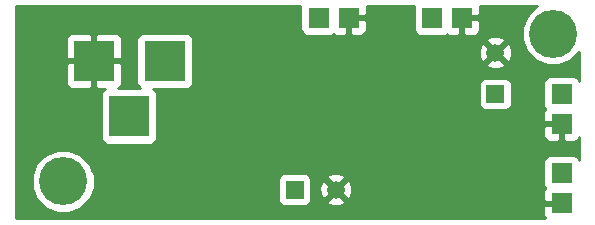
<source format=gbl>
G04 (created by PCBNEW (2013-07-07 BZR 4022)-stable) date 8/25/2014 9:50:12 PM*
%MOIN*%
G04 Gerber Fmt 3.4, Leading zero omitted, Abs format*
%FSLAX34Y34*%
G01*
G70*
G90*
G04 APERTURE LIST*
%ADD10C,0.00590551*%
%ADD11C,0.0590551*%
%ADD12R,0.0590551X0.0590551*%
%ADD13C,0.16*%
%ADD14R,0.1378X0.1378*%
%ADD15R,0.0708661X0.0708661*%
%ADD16C,0.01*%
G04 APERTURE END LIST*
G54D10*
G54D11*
X91535Y-25236D03*
G54D12*
X91535Y-26614D03*
G54D13*
X93464Y-24606D03*
X77125Y-29527D03*
G54D14*
X80511Y-25511D03*
X78149Y-25511D03*
X79330Y-27361D03*
G54D15*
X93740Y-26614D03*
X93740Y-27614D03*
X93740Y-29251D03*
X93740Y-30251D03*
X85643Y-24067D03*
X86643Y-24067D03*
X89413Y-24067D03*
X90413Y-24067D03*
X88385Y-27165D03*
G54D11*
X86220Y-29803D03*
G54D12*
X84842Y-29803D03*
G54D10*
G36*
X94336Y-28828D02*
X94306Y-28756D01*
X94236Y-28685D01*
X94144Y-28647D01*
X94044Y-28647D01*
X93690Y-28647D01*
X93690Y-28156D01*
X93690Y-27664D01*
X93198Y-27664D01*
X93135Y-27726D01*
X93135Y-27918D01*
X93135Y-28018D01*
X93174Y-28110D01*
X93244Y-28180D01*
X93336Y-28218D01*
X93627Y-28218D01*
X93690Y-28156D01*
X93690Y-28647D01*
X93336Y-28647D01*
X93244Y-28685D01*
X93174Y-28755D01*
X93135Y-28847D01*
X93135Y-28947D01*
X93135Y-29655D01*
X93173Y-29747D01*
X93177Y-29751D01*
X93174Y-29755D01*
X93135Y-29847D01*
X93135Y-29947D01*
X93135Y-30139D01*
X93198Y-30201D01*
X93690Y-30201D01*
X93690Y-30194D01*
X93790Y-30194D01*
X93790Y-30201D01*
X93798Y-30201D01*
X93798Y-30301D01*
X93790Y-30301D01*
X93790Y-30309D01*
X93690Y-30309D01*
X93690Y-30301D01*
X93198Y-30301D01*
X93135Y-30364D01*
X93135Y-30556D01*
X93135Y-30656D01*
X93174Y-30748D01*
X93179Y-30753D01*
X92085Y-30753D01*
X92085Y-25316D01*
X92074Y-25100D01*
X92012Y-24951D01*
X91917Y-24924D01*
X91847Y-24995D01*
X91847Y-24853D01*
X91820Y-24758D01*
X91616Y-24686D01*
X91399Y-24697D01*
X91250Y-24758D01*
X91223Y-24853D01*
X91535Y-25165D01*
X91847Y-24853D01*
X91847Y-24995D01*
X91606Y-25236D01*
X91917Y-25547D01*
X92012Y-25521D01*
X92085Y-25316D01*
X92085Y-30753D01*
X92080Y-30753D01*
X92080Y-26859D01*
X92080Y-26269D01*
X92042Y-26177D01*
X91972Y-26107D01*
X91880Y-26068D01*
X91847Y-26068D01*
X91847Y-25618D01*
X91535Y-25306D01*
X91464Y-25377D01*
X91464Y-25236D01*
X91152Y-24924D01*
X91058Y-24951D01*
X91017Y-25065D01*
X91017Y-24470D01*
X91017Y-24179D01*
X90954Y-24117D01*
X90463Y-24117D01*
X90463Y-24608D01*
X90525Y-24671D01*
X90717Y-24671D01*
X90817Y-24671D01*
X90909Y-24633D01*
X90979Y-24562D01*
X91017Y-24470D01*
X91017Y-25065D01*
X90985Y-25155D01*
X90996Y-25372D01*
X91058Y-25521D01*
X91152Y-25547D01*
X91464Y-25236D01*
X91464Y-25377D01*
X91223Y-25618D01*
X91250Y-25713D01*
X91454Y-25786D01*
X91671Y-25775D01*
X91820Y-25713D01*
X91847Y-25618D01*
X91847Y-26068D01*
X91781Y-26068D01*
X91190Y-26068D01*
X91098Y-26106D01*
X91028Y-26177D01*
X90990Y-26268D01*
X90990Y-26368D01*
X90990Y-26958D01*
X91028Y-27050D01*
X91098Y-27121D01*
X91190Y-27159D01*
X91289Y-27159D01*
X91880Y-27159D01*
X91972Y-27121D01*
X92042Y-27051D01*
X92080Y-26959D01*
X92080Y-26859D01*
X92080Y-30753D01*
X87247Y-30753D01*
X87247Y-24470D01*
X87247Y-24179D01*
X87184Y-24117D01*
X86693Y-24117D01*
X86693Y-24608D01*
X86755Y-24671D01*
X86947Y-24671D01*
X87047Y-24671D01*
X87139Y-24633D01*
X87209Y-24562D01*
X87247Y-24470D01*
X87247Y-30753D01*
X86770Y-30753D01*
X86770Y-29883D01*
X86759Y-29667D01*
X86697Y-29518D01*
X86602Y-29491D01*
X86532Y-29562D01*
X86532Y-29420D01*
X86505Y-29325D01*
X86301Y-29253D01*
X86084Y-29264D01*
X85935Y-29325D01*
X85908Y-29420D01*
X86220Y-29732D01*
X86532Y-29420D01*
X86532Y-29562D01*
X86291Y-29803D01*
X86602Y-30114D01*
X86697Y-30088D01*
X86770Y-29883D01*
X86770Y-30753D01*
X86532Y-30753D01*
X86532Y-30185D01*
X86220Y-29873D01*
X86149Y-29944D01*
X86149Y-29803D01*
X85837Y-29491D01*
X85743Y-29518D01*
X85670Y-29722D01*
X85681Y-29939D01*
X85743Y-30088D01*
X85837Y-30114D01*
X86149Y-29803D01*
X86149Y-29944D01*
X85908Y-30185D01*
X85935Y-30280D01*
X86139Y-30353D01*
X86356Y-30342D01*
X86505Y-30280D01*
X86532Y-30185D01*
X86532Y-30753D01*
X85387Y-30753D01*
X85387Y-30048D01*
X85387Y-29458D01*
X85349Y-29366D01*
X85279Y-29296D01*
X85187Y-29257D01*
X85088Y-29257D01*
X84497Y-29257D01*
X84405Y-29295D01*
X84335Y-29366D01*
X84297Y-29457D01*
X84297Y-29557D01*
X84297Y-30147D01*
X84335Y-30239D01*
X84405Y-30310D01*
X84497Y-30348D01*
X84596Y-30348D01*
X85187Y-30348D01*
X85279Y-30310D01*
X85349Y-30240D01*
X85387Y-30148D01*
X85387Y-30048D01*
X85387Y-30753D01*
X81450Y-30753D01*
X81450Y-26151D01*
X81450Y-24773D01*
X81412Y-24681D01*
X81342Y-24610D01*
X81250Y-24572D01*
X81151Y-24572D01*
X79773Y-24572D01*
X79681Y-24610D01*
X79611Y-24681D01*
X79572Y-24772D01*
X79572Y-24872D01*
X79572Y-26250D01*
X79610Y-26342D01*
X79681Y-26412D01*
X79705Y-26422D01*
X78956Y-26422D01*
X78980Y-26412D01*
X79050Y-26342D01*
X79088Y-26250D01*
X79088Y-26151D01*
X79088Y-24872D01*
X79088Y-24772D01*
X79050Y-24681D01*
X78980Y-24610D01*
X78888Y-24572D01*
X78262Y-24572D01*
X78199Y-24635D01*
X78199Y-25461D01*
X79026Y-25461D01*
X79088Y-25399D01*
X79088Y-24872D01*
X79088Y-26151D01*
X79088Y-25624D01*
X79026Y-25561D01*
X78199Y-25561D01*
X78199Y-26388D01*
X78262Y-26450D01*
X78524Y-26450D01*
X78500Y-26460D01*
X78430Y-26531D01*
X78391Y-26622D01*
X78391Y-26722D01*
X78391Y-28100D01*
X78429Y-28192D01*
X78500Y-28262D01*
X78591Y-28300D01*
X78691Y-28300D01*
X80069Y-28300D01*
X80161Y-28262D01*
X80231Y-28192D01*
X80269Y-28100D01*
X80269Y-28001D01*
X80269Y-26623D01*
X80231Y-26531D01*
X80161Y-26460D01*
X80137Y-26450D01*
X81250Y-26450D01*
X81342Y-26412D01*
X81412Y-26342D01*
X81450Y-26250D01*
X81450Y-26151D01*
X81450Y-30753D01*
X78176Y-30753D01*
X78176Y-29319D01*
X78099Y-29134D01*
X78099Y-26388D01*
X78099Y-25561D01*
X78099Y-25461D01*
X78099Y-24635D01*
X78037Y-24572D01*
X77411Y-24572D01*
X77319Y-24610D01*
X77249Y-24681D01*
X77210Y-24772D01*
X77210Y-24872D01*
X77210Y-25399D01*
X77273Y-25461D01*
X78099Y-25461D01*
X78099Y-25561D01*
X77273Y-25561D01*
X77210Y-25624D01*
X77210Y-26151D01*
X77210Y-26250D01*
X77249Y-26342D01*
X77319Y-26412D01*
X77411Y-26450D01*
X78037Y-26450D01*
X78099Y-26388D01*
X78099Y-29134D01*
X78016Y-28933D01*
X77721Y-28637D01*
X77335Y-28477D01*
X76918Y-28477D01*
X76531Y-28636D01*
X76236Y-28932D01*
X76076Y-29317D01*
X76075Y-29735D01*
X76235Y-30121D01*
X76530Y-30417D01*
X76916Y-30577D01*
X77333Y-30577D01*
X77719Y-30418D01*
X78015Y-30123D01*
X78175Y-29737D01*
X78176Y-29319D01*
X78176Y-30753D01*
X75545Y-30753D01*
X75545Y-23694D01*
X85038Y-23694D01*
X85038Y-23762D01*
X85038Y-24470D01*
X85076Y-24562D01*
X85146Y-24633D01*
X85238Y-24671D01*
X85338Y-24671D01*
X86046Y-24671D01*
X86138Y-24633D01*
X86142Y-24629D01*
X86146Y-24633D01*
X86238Y-24671D01*
X86338Y-24671D01*
X86530Y-24671D01*
X86593Y-24608D01*
X86593Y-24117D01*
X86585Y-24117D01*
X86585Y-24017D01*
X86593Y-24017D01*
X86593Y-24009D01*
X86693Y-24009D01*
X86693Y-24017D01*
X87184Y-24017D01*
X87247Y-23954D01*
X87247Y-23694D01*
X88808Y-23694D01*
X88808Y-23762D01*
X88808Y-24470D01*
X88846Y-24562D01*
X88916Y-24633D01*
X89008Y-24671D01*
X89108Y-24671D01*
X89816Y-24671D01*
X89908Y-24633D01*
X89912Y-24629D01*
X89916Y-24633D01*
X90008Y-24671D01*
X90108Y-24671D01*
X90300Y-24671D01*
X90363Y-24608D01*
X90363Y-24117D01*
X90355Y-24117D01*
X90355Y-24017D01*
X90363Y-24017D01*
X90363Y-24009D01*
X90463Y-24009D01*
X90463Y-24017D01*
X90954Y-24017D01*
X91017Y-23954D01*
X91017Y-23694D01*
X92920Y-23694D01*
X92870Y-23715D01*
X92574Y-24010D01*
X92414Y-24396D01*
X92414Y-24814D01*
X92573Y-25200D01*
X92869Y-25495D01*
X93254Y-25656D01*
X93672Y-25656D01*
X94058Y-25496D01*
X94336Y-25219D01*
X94336Y-26191D01*
X94306Y-26118D01*
X94236Y-26048D01*
X94144Y-26009D01*
X94044Y-26009D01*
X93336Y-26009D01*
X93244Y-26047D01*
X93174Y-26118D01*
X93135Y-26209D01*
X93135Y-26309D01*
X93135Y-27018D01*
X93173Y-27109D01*
X93177Y-27114D01*
X93174Y-27118D01*
X93135Y-27209D01*
X93135Y-27309D01*
X93135Y-27501D01*
X93198Y-27564D01*
X93690Y-27564D01*
X93690Y-27556D01*
X93790Y-27556D01*
X93790Y-27564D01*
X93798Y-27564D01*
X93798Y-27664D01*
X93790Y-27664D01*
X93790Y-28156D01*
X93852Y-28218D01*
X94143Y-28218D01*
X94235Y-28180D01*
X94306Y-28110D01*
X94336Y-28037D01*
X94336Y-28828D01*
X94336Y-28828D01*
G37*
G54D16*
X94336Y-28828D02*
X94306Y-28756D01*
X94236Y-28685D01*
X94144Y-28647D01*
X94044Y-28647D01*
X93690Y-28647D01*
X93690Y-28156D01*
X93690Y-27664D01*
X93198Y-27664D01*
X93135Y-27726D01*
X93135Y-27918D01*
X93135Y-28018D01*
X93174Y-28110D01*
X93244Y-28180D01*
X93336Y-28218D01*
X93627Y-28218D01*
X93690Y-28156D01*
X93690Y-28647D01*
X93336Y-28647D01*
X93244Y-28685D01*
X93174Y-28755D01*
X93135Y-28847D01*
X93135Y-28947D01*
X93135Y-29655D01*
X93173Y-29747D01*
X93177Y-29751D01*
X93174Y-29755D01*
X93135Y-29847D01*
X93135Y-29947D01*
X93135Y-30139D01*
X93198Y-30201D01*
X93690Y-30201D01*
X93690Y-30194D01*
X93790Y-30194D01*
X93790Y-30201D01*
X93798Y-30201D01*
X93798Y-30301D01*
X93790Y-30301D01*
X93790Y-30309D01*
X93690Y-30309D01*
X93690Y-30301D01*
X93198Y-30301D01*
X93135Y-30364D01*
X93135Y-30556D01*
X93135Y-30656D01*
X93174Y-30748D01*
X93179Y-30753D01*
X92085Y-30753D01*
X92085Y-25316D01*
X92074Y-25100D01*
X92012Y-24951D01*
X91917Y-24924D01*
X91847Y-24995D01*
X91847Y-24853D01*
X91820Y-24758D01*
X91616Y-24686D01*
X91399Y-24697D01*
X91250Y-24758D01*
X91223Y-24853D01*
X91535Y-25165D01*
X91847Y-24853D01*
X91847Y-24995D01*
X91606Y-25236D01*
X91917Y-25547D01*
X92012Y-25521D01*
X92085Y-25316D01*
X92085Y-30753D01*
X92080Y-30753D01*
X92080Y-26859D01*
X92080Y-26269D01*
X92042Y-26177D01*
X91972Y-26107D01*
X91880Y-26068D01*
X91847Y-26068D01*
X91847Y-25618D01*
X91535Y-25306D01*
X91464Y-25377D01*
X91464Y-25236D01*
X91152Y-24924D01*
X91058Y-24951D01*
X91017Y-25065D01*
X91017Y-24470D01*
X91017Y-24179D01*
X90954Y-24117D01*
X90463Y-24117D01*
X90463Y-24608D01*
X90525Y-24671D01*
X90717Y-24671D01*
X90817Y-24671D01*
X90909Y-24633D01*
X90979Y-24562D01*
X91017Y-24470D01*
X91017Y-25065D01*
X90985Y-25155D01*
X90996Y-25372D01*
X91058Y-25521D01*
X91152Y-25547D01*
X91464Y-25236D01*
X91464Y-25377D01*
X91223Y-25618D01*
X91250Y-25713D01*
X91454Y-25786D01*
X91671Y-25775D01*
X91820Y-25713D01*
X91847Y-25618D01*
X91847Y-26068D01*
X91781Y-26068D01*
X91190Y-26068D01*
X91098Y-26106D01*
X91028Y-26177D01*
X90990Y-26268D01*
X90990Y-26368D01*
X90990Y-26958D01*
X91028Y-27050D01*
X91098Y-27121D01*
X91190Y-27159D01*
X91289Y-27159D01*
X91880Y-27159D01*
X91972Y-27121D01*
X92042Y-27051D01*
X92080Y-26959D01*
X92080Y-26859D01*
X92080Y-30753D01*
X87247Y-30753D01*
X87247Y-24470D01*
X87247Y-24179D01*
X87184Y-24117D01*
X86693Y-24117D01*
X86693Y-24608D01*
X86755Y-24671D01*
X86947Y-24671D01*
X87047Y-24671D01*
X87139Y-24633D01*
X87209Y-24562D01*
X87247Y-24470D01*
X87247Y-30753D01*
X86770Y-30753D01*
X86770Y-29883D01*
X86759Y-29667D01*
X86697Y-29518D01*
X86602Y-29491D01*
X86532Y-29562D01*
X86532Y-29420D01*
X86505Y-29325D01*
X86301Y-29253D01*
X86084Y-29264D01*
X85935Y-29325D01*
X85908Y-29420D01*
X86220Y-29732D01*
X86532Y-29420D01*
X86532Y-29562D01*
X86291Y-29803D01*
X86602Y-30114D01*
X86697Y-30088D01*
X86770Y-29883D01*
X86770Y-30753D01*
X86532Y-30753D01*
X86532Y-30185D01*
X86220Y-29873D01*
X86149Y-29944D01*
X86149Y-29803D01*
X85837Y-29491D01*
X85743Y-29518D01*
X85670Y-29722D01*
X85681Y-29939D01*
X85743Y-30088D01*
X85837Y-30114D01*
X86149Y-29803D01*
X86149Y-29944D01*
X85908Y-30185D01*
X85935Y-30280D01*
X86139Y-30353D01*
X86356Y-30342D01*
X86505Y-30280D01*
X86532Y-30185D01*
X86532Y-30753D01*
X85387Y-30753D01*
X85387Y-30048D01*
X85387Y-29458D01*
X85349Y-29366D01*
X85279Y-29296D01*
X85187Y-29257D01*
X85088Y-29257D01*
X84497Y-29257D01*
X84405Y-29295D01*
X84335Y-29366D01*
X84297Y-29457D01*
X84297Y-29557D01*
X84297Y-30147D01*
X84335Y-30239D01*
X84405Y-30310D01*
X84497Y-30348D01*
X84596Y-30348D01*
X85187Y-30348D01*
X85279Y-30310D01*
X85349Y-30240D01*
X85387Y-30148D01*
X85387Y-30048D01*
X85387Y-30753D01*
X81450Y-30753D01*
X81450Y-26151D01*
X81450Y-24773D01*
X81412Y-24681D01*
X81342Y-24610D01*
X81250Y-24572D01*
X81151Y-24572D01*
X79773Y-24572D01*
X79681Y-24610D01*
X79611Y-24681D01*
X79572Y-24772D01*
X79572Y-24872D01*
X79572Y-26250D01*
X79610Y-26342D01*
X79681Y-26412D01*
X79705Y-26422D01*
X78956Y-26422D01*
X78980Y-26412D01*
X79050Y-26342D01*
X79088Y-26250D01*
X79088Y-26151D01*
X79088Y-24872D01*
X79088Y-24772D01*
X79050Y-24681D01*
X78980Y-24610D01*
X78888Y-24572D01*
X78262Y-24572D01*
X78199Y-24635D01*
X78199Y-25461D01*
X79026Y-25461D01*
X79088Y-25399D01*
X79088Y-24872D01*
X79088Y-26151D01*
X79088Y-25624D01*
X79026Y-25561D01*
X78199Y-25561D01*
X78199Y-26388D01*
X78262Y-26450D01*
X78524Y-26450D01*
X78500Y-26460D01*
X78430Y-26531D01*
X78391Y-26622D01*
X78391Y-26722D01*
X78391Y-28100D01*
X78429Y-28192D01*
X78500Y-28262D01*
X78591Y-28300D01*
X78691Y-28300D01*
X80069Y-28300D01*
X80161Y-28262D01*
X80231Y-28192D01*
X80269Y-28100D01*
X80269Y-28001D01*
X80269Y-26623D01*
X80231Y-26531D01*
X80161Y-26460D01*
X80137Y-26450D01*
X81250Y-26450D01*
X81342Y-26412D01*
X81412Y-26342D01*
X81450Y-26250D01*
X81450Y-26151D01*
X81450Y-30753D01*
X78176Y-30753D01*
X78176Y-29319D01*
X78099Y-29134D01*
X78099Y-26388D01*
X78099Y-25561D01*
X78099Y-25461D01*
X78099Y-24635D01*
X78037Y-24572D01*
X77411Y-24572D01*
X77319Y-24610D01*
X77249Y-24681D01*
X77210Y-24772D01*
X77210Y-24872D01*
X77210Y-25399D01*
X77273Y-25461D01*
X78099Y-25461D01*
X78099Y-25561D01*
X77273Y-25561D01*
X77210Y-25624D01*
X77210Y-26151D01*
X77210Y-26250D01*
X77249Y-26342D01*
X77319Y-26412D01*
X77411Y-26450D01*
X78037Y-26450D01*
X78099Y-26388D01*
X78099Y-29134D01*
X78016Y-28933D01*
X77721Y-28637D01*
X77335Y-28477D01*
X76918Y-28477D01*
X76531Y-28636D01*
X76236Y-28932D01*
X76076Y-29317D01*
X76075Y-29735D01*
X76235Y-30121D01*
X76530Y-30417D01*
X76916Y-30577D01*
X77333Y-30577D01*
X77719Y-30418D01*
X78015Y-30123D01*
X78175Y-29737D01*
X78176Y-29319D01*
X78176Y-30753D01*
X75545Y-30753D01*
X75545Y-23694D01*
X85038Y-23694D01*
X85038Y-23762D01*
X85038Y-24470D01*
X85076Y-24562D01*
X85146Y-24633D01*
X85238Y-24671D01*
X85338Y-24671D01*
X86046Y-24671D01*
X86138Y-24633D01*
X86142Y-24629D01*
X86146Y-24633D01*
X86238Y-24671D01*
X86338Y-24671D01*
X86530Y-24671D01*
X86593Y-24608D01*
X86593Y-24117D01*
X86585Y-24117D01*
X86585Y-24017D01*
X86593Y-24017D01*
X86593Y-24009D01*
X86693Y-24009D01*
X86693Y-24017D01*
X87184Y-24017D01*
X87247Y-23954D01*
X87247Y-23694D01*
X88808Y-23694D01*
X88808Y-23762D01*
X88808Y-24470D01*
X88846Y-24562D01*
X88916Y-24633D01*
X89008Y-24671D01*
X89108Y-24671D01*
X89816Y-24671D01*
X89908Y-24633D01*
X89912Y-24629D01*
X89916Y-24633D01*
X90008Y-24671D01*
X90108Y-24671D01*
X90300Y-24671D01*
X90363Y-24608D01*
X90363Y-24117D01*
X90355Y-24117D01*
X90355Y-24017D01*
X90363Y-24017D01*
X90363Y-24009D01*
X90463Y-24009D01*
X90463Y-24017D01*
X90954Y-24017D01*
X91017Y-23954D01*
X91017Y-23694D01*
X92920Y-23694D01*
X92870Y-23715D01*
X92574Y-24010D01*
X92414Y-24396D01*
X92414Y-24814D01*
X92573Y-25200D01*
X92869Y-25495D01*
X93254Y-25656D01*
X93672Y-25656D01*
X94058Y-25496D01*
X94336Y-25219D01*
X94336Y-26191D01*
X94306Y-26118D01*
X94236Y-26048D01*
X94144Y-26009D01*
X94044Y-26009D01*
X93336Y-26009D01*
X93244Y-26047D01*
X93174Y-26118D01*
X93135Y-26209D01*
X93135Y-26309D01*
X93135Y-27018D01*
X93173Y-27109D01*
X93177Y-27114D01*
X93174Y-27118D01*
X93135Y-27209D01*
X93135Y-27309D01*
X93135Y-27501D01*
X93198Y-27564D01*
X93690Y-27564D01*
X93690Y-27556D01*
X93790Y-27556D01*
X93790Y-27564D01*
X93798Y-27564D01*
X93798Y-27664D01*
X93790Y-27664D01*
X93790Y-28156D01*
X93852Y-28218D01*
X94143Y-28218D01*
X94235Y-28180D01*
X94306Y-28110D01*
X94336Y-28037D01*
X94336Y-28828D01*
M02*

</source>
